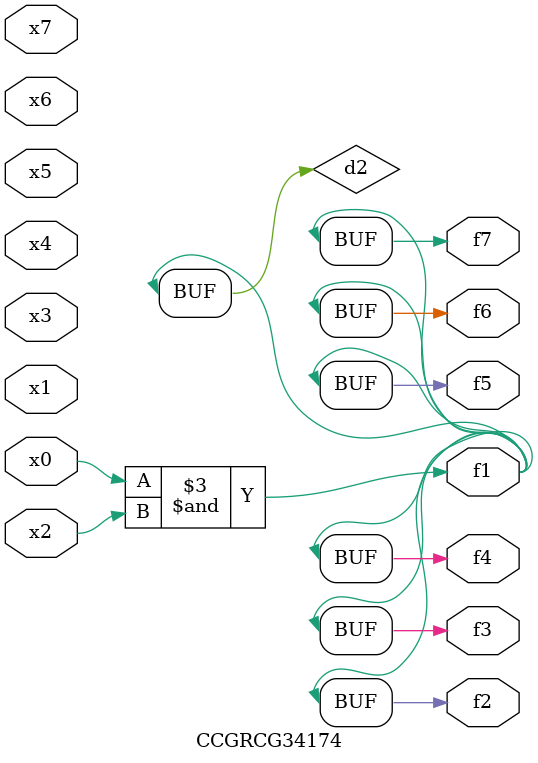
<source format=v>
module CCGRCG34174(
	input x0, x1, x2, x3, x4, x5, x6, x7,
	output f1, f2, f3, f4, f5, f6, f7
);

	wire d1, d2;

	nor (d1, x3, x6);
	and (d2, x0, x2);
	assign f1 = d2;
	assign f2 = d2;
	assign f3 = d2;
	assign f4 = d2;
	assign f5 = d2;
	assign f6 = d2;
	assign f7 = d2;
endmodule

</source>
